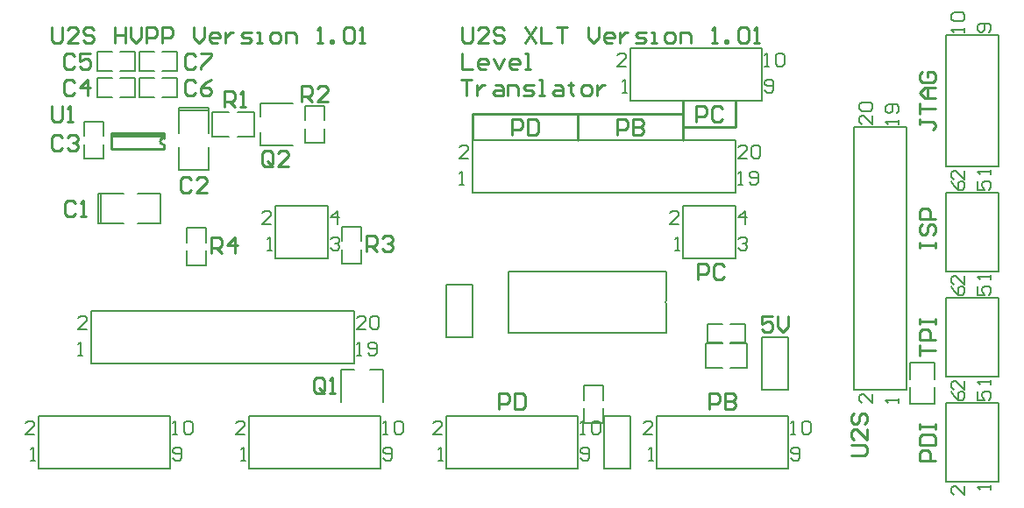
<source format=gto>
%FSLAX44Y44*%
%MOMM*%
G71*
G01*
G75*
%ADD10C,0.2540*%
%ADD11R,0.3500X2.2000*%
%ADD12R,1.5000X1.3000*%
%ADD13O,0.3500X2.2000*%
%ADD14R,1.1000X1.0000*%
%ADD15R,1.0000X1.1000*%
%ADD16R,0.9500X0.9000*%
%ADD17R,0.9000X0.9500*%
%ADD18R,1.8000X1.7000*%
%ADD19R,1.7000X1.8000*%
%ADD20O,0.6350X2.0320*%
%ADD21R,0.6350X2.0320*%
%ADD22R,1.3000X1.5000*%
%ADD23C,0.5080*%
%ADD24C,0.3810*%
%ADD25R,2.5400X4.6990*%
%ADD26C,0.8000*%
%ADD27R,1.5240X1.5240*%
%ADD28C,1.5000*%
%ADD29R,1.5000X1.5000*%
%ADD30C,1.5000*%
%ADD31C,1.0000*%
%ADD32C,1.0000*%
%ADD33R,1.2000X1.0000*%
%ADD34R,0.5500X0.3860*%
%ADD35R,0.5500X0.4860*%
%ADD36C,0.2000*%
%ADD37C,0.2032*%
D10*
X412750Y662305D02*
G03*
X412750Y655955I0J-3175D01*
G01*
X914400Y673100D02*
X965200D01*
Y698500D01*
X914400Y660400D02*
Y698500D01*
X812800Y685800D02*
X914400D01*
X361950Y664210D02*
X412750D01*
Y662305D02*
Y666750D01*
Y651510D02*
Y655955D01*
X361950Y651510D02*
X412750D01*
X361950D02*
Y666750D01*
X412750D01*
X812800Y660400D02*
Y685800D01*
X711200D02*
X812800D01*
X711200Y660400D02*
Y685800D01*
X1000757Y490215D02*
X990600D01*
Y482598D01*
X995678Y485137D01*
X998217D01*
X1000757Y482598D01*
Y477519D01*
X998217Y474980D01*
X993139D01*
X990600Y477519D01*
X1005835Y490215D02*
Y480058D01*
X1010913Y474980D01*
X1015992Y480058D01*
Y490215D01*
X1143005Y680717D02*
Y675638D01*
Y678177D01*
X1155701D01*
X1158240Y675638D01*
Y673099D01*
X1155701Y670560D01*
X1143005Y685795D02*
Y695952D01*
Y690873D01*
X1158240D01*
Y701030D02*
X1148083D01*
X1143005Y706108D01*
X1148083Y711187D01*
X1158240D01*
X1150622D01*
Y701030D01*
X1145544Y726422D02*
X1143005Y723883D01*
Y718804D01*
X1145544Y716265D01*
X1155701D01*
X1158240Y718804D01*
Y723883D01*
X1155701Y726422D01*
X1150622D01*
Y721344D01*
X1143005Y452120D02*
Y462277D01*
Y457198D01*
X1158240D01*
Y467355D02*
X1143005D01*
Y474973D01*
X1145544Y477512D01*
X1150622D01*
X1153162Y474973D01*
Y467355D01*
X1143005Y482590D02*
Y487668D01*
Y485129D01*
X1158240D01*
Y482590D01*
Y487668D01*
Y350520D02*
X1143005D01*
Y358138D01*
X1145544Y360677D01*
X1150622D01*
X1153162Y358138D01*
Y350520D01*
X1143005Y365755D02*
X1158240D01*
Y373373D01*
X1155701Y375912D01*
X1145544D01*
X1143005Y373373D01*
Y365755D01*
Y380990D02*
Y386068D01*
Y383529D01*
X1158240D01*
Y380990D01*
Y386068D01*
X1143005Y556260D02*
Y561338D01*
Y558799D01*
X1158240D01*
Y556260D01*
Y561338D01*
X1145544Y579113D02*
X1143005Y576573D01*
Y571495D01*
X1145544Y568956D01*
X1148083D01*
X1150622Y571495D01*
Y576573D01*
X1153162Y579113D01*
X1155701D01*
X1158240Y576573D01*
Y571495D01*
X1155701Y568956D01*
X1158240Y584191D02*
X1143005D01*
Y591809D01*
X1145544Y594348D01*
X1150622D01*
X1153162Y591809D01*
Y584191D01*
X567687Y417829D02*
Y427986D01*
X565148Y430525D01*
X560069D01*
X557530Y427986D01*
Y417829D01*
X560069Y415290D01*
X565148D01*
X562608Y420368D02*
X567687Y415290D01*
X565148D02*
X567687Y417829D01*
X572765Y415290D02*
X577843D01*
X575304D01*
Y430525D01*
X572765Y427986D01*
X458470Y551180D02*
Y566415D01*
X466087D01*
X468627Y563876D01*
Y558797D01*
X466087Y556258D01*
X458470D01*
X463548D02*
X468627Y551180D01*
X481323D02*
Y566415D01*
X473705Y558797D01*
X483862D01*
X304800Y693415D02*
Y680719D01*
X307339Y678180D01*
X312418D01*
X314957Y680719D01*
Y693415D01*
X320035Y678180D02*
X325113D01*
X322574D01*
Y693415D01*
X320035Y690876D01*
X327657Y599436D02*
X325117Y601975D01*
X320039D01*
X317500Y599436D01*
Y589279D01*
X320039Y586740D01*
X325117D01*
X327657Y589279D01*
X332735Y586740D02*
X337813D01*
X335274D01*
Y601975D01*
X332735Y599436D01*
X439417Y622296D02*
X436878Y624835D01*
X431799D01*
X429260Y622296D01*
Y612139D01*
X431799Y609600D01*
X436878D01*
X439417Y612139D01*
X454652Y609600D02*
X444495D01*
X454652Y619757D01*
Y622296D01*
X452113Y624835D01*
X447034D01*
X444495Y622296D01*
X314957Y662936D02*
X312418Y665475D01*
X307339D01*
X304800Y662936D01*
Y652779D01*
X307339Y650240D01*
X312418D01*
X314957Y652779D01*
X320035Y662936D02*
X322574Y665475D01*
X327653D01*
X330192Y662936D01*
Y660397D01*
X327653Y657858D01*
X325113D01*
X327653D01*
X330192Y655318D01*
Y652779D01*
X327653Y650240D01*
X322574D01*
X320035Y652779D01*
X471170Y692150D02*
Y707385D01*
X478787D01*
X481327Y704846D01*
Y699768D01*
X478787Y697228D01*
X471170D01*
X476248D02*
X481327Y692150D01*
X486405D02*
X491483D01*
X488944D01*
Y707385D01*
X486405Y704846D01*
X546100Y697230D02*
Y712465D01*
X553717D01*
X556257Y709926D01*
Y704847D01*
X553717Y702308D01*
X546100D01*
X551178D02*
X556257Y697230D01*
X571492D02*
X561335D01*
X571492Y707387D01*
Y709926D01*
X568953Y712465D01*
X563874D01*
X561335Y709926D01*
X608330Y552450D02*
Y567685D01*
X615947D01*
X618487Y565146D01*
Y560067D01*
X615947Y557528D01*
X608330D01*
X613408D02*
X618487Y552450D01*
X623565Y565146D02*
X626104Y567685D01*
X631183D01*
X633722Y565146D01*
Y562607D01*
X631183Y560067D01*
X628643D01*
X631183D01*
X633722Y557528D01*
Y554989D01*
X631183Y552450D01*
X626104D01*
X623565Y554989D01*
X518157Y637539D02*
Y647696D01*
X515617Y650235D01*
X510539D01*
X508000Y647696D01*
Y637539D01*
X510539Y635000D01*
X515617D01*
X513078Y640078D02*
X518157Y635000D01*
X515617D02*
X518157Y637539D01*
X533392Y635000D02*
X523235D01*
X533392Y645157D01*
Y647696D01*
X530853Y650235D01*
X525774D01*
X523235Y647696D01*
X326387Y716276D02*
X323848Y718815D01*
X318769D01*
X316230Y716276D01*
Y706119D01*
X318769Y703580D01*
X323848D01*
X326387Y706119D01*
X339083Y703580D02*
Y718815D01*
X331465Y711198D01*
X341622D01*
X326387Y741676D02*
X323848Y744215D01*
X318769D01*
X316230Y741676D01*
Y731519D01*
X318769Y728980D01*
X323848D01*
X326387Y731519D01*
X341622Y744215D02*
X331465D01*
Y736598D01*
X336543Y739137D01*
X339083D01*
X341622Y736598D01*
Y731519D01*
X339083Y728980D01*
X334004D01*
X331465Y731519D01*
X443227Y716276D02*
X440687Y718815D01*
X435609D01*
X433070Y716276D01*
Y706119D01*
X435609Y703580D01*
X440687D01*
X443227Y706119D01*
X458462Y718815D02*
X453383Y716276D01*
X448305Y711198D01*
Y706119D01*
X450844Y703580D01*
X455923D01*
X458462Y706119D01*
Y708658D01*
X455923Y711198D01*
X448305D01*
X443227Y741676D02*
X440687Y744215D01*
X435609D01*
X433070Y741676D01*
Y731519D01*
X435609Y728980D01*
X440687D01*
X443227Y731519D01*
X448305Y744215D02*
X458462D01*
Y741676D01*
X448305Y731519D01*
Y728980D01*
X699770Y718815D02*
X709927D01*
X704848D01*
Y703580D01*
X715005Y713737D02*
Y703580D01*
Y708658D01*
X717544Y711198D01*
X720083Y713737D01*
X722623D01*
X732779D02*
X737858D01*
X740397Y711198D01*
Y703580D01*
X732779D01*
X730240Y706119D01*
X732779Y708658D01*
X740397D01*
X745475Y703580D02*
Y713737D01*
X753093D01*
X755632Y711198D01*
Y703580D01*
X760710D02*
X768328D01*
X770867Y706119D01*
X768328Y708658D01*
X763250D01*
X760710Y711198D01*
X763250Y713737D01*
X770867D01*
X775945Y703580D02*
X781024D01*
X778484D01*
Y718815D01*
X775945D01*
X791180Y713737D02*
X796259D01*
X798798Y711198D01*
Y703580D01*
X791180D01*
X788641Y706119D01*
X791180Y708658D01*
X798798D01*
X806415Y716276D02*
Y713737D01*
X803876D01*
X808955D01*
X806415D01*
Y706119D01*
X808955Y703580D01*
X819111D02*
X824190D01*
X826729Y706119D01*
Y711198D01*
X824190Y713737D01*
X819111D01*
X816572Y711198D01*
Y706119D01*
X819111Y703580D01*
X831807Y713737D02*
Y703580D01*
Y708658D01*
X834346Y711198D01*
X836886Y713737D01*
X839425D01*
X701040Y744215D02*
Y728980D01*
X711197D01*
X723893D02*
X718814D01*
X716275Y731519D01*
Y736598D01*
X718814Y739137D01*
X723893D01*
X726432Y736598D01*
Y734058D01*
X716275D01*
X731510Y739137D02*
X736589Y728980D01*
X741667Y739137D01*
X754363Y728980D02*
X749284D01*
X746745Y731519D01*
Y736598D01*
X749284Y739137D01*
X754363D01*
X756902Y736598D01*
Y734058D01*
X746745D01*
X761980Y728980D02*
X767059D01*
X764520D01*
Y744215D01*
X761980D01*
X928370Y525780D02*
Y541015D01*
X935987D01*
X938527Y538476D01*
Y533397D01*
X935987Y530858D01*
X928370D01*
X953762Y538476D02*
X951223Y541015D01*
X946144D01*
X943605Y538476D01*
Y528319D01*
X946144Y525780D01*
X951223D01*
X953762Y528319D01*
X927100Y678180D02*
Y693415D01*
X934717D01*
X937257Y690876D01*
Y685798D01*
X934717Y683258D01*
X927100D01*
X952492Y690876D02*
X949953Y693415D01*
X944874D01*
X942335Y690876D01*
Y680719D01*
X944874Y678180D01*
X949953D01*
X952492Y680719D01*
X939800Y400050D02*
Y415285D01*
X947418D01*
X949957Y412746D01*
Y407668D01*
X947418Y405128D01*
X939800D01*
X955035Y415285D02*
Y400050D01*
X962653D01*
X965192Y402589D01*
Y405128D01*
X962653Y407668D01*
X955035D01*
X962653D01*
X965192Y410207D01*
Y412746D01*
X962653Y415285D01*
X955035D01*
X736600Y400050D02*
Y415285D01*
X744218D01*
X746757Y412746D01*
Y407668D01*
X744218Y405128D01*
X736600D01*
X751835Y415285D02*
Y400050D01*
X759453D01*
X761992Y402589D01*
Y412746D01*
X759453Y415285D01*
X751835D01*
X850900Y665480D02*
Y680715D01*
X858518D01*
X861057Y678176D01*
Y673098D01*
X858518Y670558D01*
X850900D01*
X866135Y680715D02*
Y665480D01*
X873753D01*
X876292Y668019D01*
Y670558D01*
X873753Y673098D01*
X866135D01*
X873753D01*
X876292Y675637D01*
Y678176D01*
X873753Y680715D01*
X866135D01*
X749300Y665480D02*
Y680715D01*
X756917D01*
X759457Y678176D01*
Y673098D01*
X756917Y670558D01*
X749300D01*
X764535Y680715D02*
Y665480D01*
X772153D01*
X774692Y668019D01*
Y678176D01*
X772153Y680715D01*
X764535D01*
X1076965Y355600D02*
X1089661D01*
X1092200Y358139D01*
Y363218D01*
X1089661Y365757D01*
X1076965D01*
X1092200Y380992D02*
Y370835D01*
X1082043Y380992D01*
X1079504D01*
X1076965Y378453D01*
Y373374D01*
X1079504Y370835D01*
Y396227D02*
X1076965Y393688D01*
Y388609D01*
X1079504Y386070D01*
X1082043D01*
X1084583Y388609D01*
Y393688D01*
X1087122Y396227D01*
X1089661D01*
X1092200Y393688D01*
Y388609D01*
X1089661Y386070D01*
X701040Y769615D02*
Y756919D01*
X703579Y754380D01*
X708658D01*
X711197Y756919D01*
Y769615D01*
X726432Y754380D02*
X716275D01*
X726432Y764537D01*
Y767076D01*
X723893Y769615D01*
X718814D01*
X716275Y767076D01*
X741667D02*
X739128Y769615D01*
X734049D01*
X731510Y767076D01*
Y764537D01*
X734049Y761998D01*
X739128D01*
X741667Y759458D01*
Y756919D01*
X739128Y754380D01*
X734049D01*
X731510Y756919D01*
X761980Y769615D02*
X772137Y754380D01*
Y769615D02*
X761980Y754380D01*
X777215Y769615D02*
Y754380D01*
X787372D01*
X792450Y769615D02*
X802607D01*
X797529D01*
Y754380D01*
X822921Y769615D02*
Y759458D01*
X827999Y754380D01*
X833077Y759458D01*
Y769615D01*
X845773Y754380D02*
X840695D01*
X838156Y756919D01*
Y761998D01*
X840695Y764537D01*
X845773D01*
X848312Y761998D01*
Y759458D01*
X838156D01*
X853391Y764537D02*
Y754380D01*
Y759458D01*
X855930Y761998D01*
X858469Y764537D01*
X861008D01*
X868626Y754380D02*
X876243D01*
X878783Y756919D01*
X876243Y759458D01*
X871165D01*
X868626Y761998D01*
X871165Y764537D01*
X878783D01*
X883861Y754380D02*
X888939D01*
X886400D01*
Y764537D01*
X883861D01*
X899096Y754380D02*
X904174D01*
X906713Y756919D01*
Y761998D01*
X904174Y764537D01*
X899096D01*
X896557Y761998D01*
Y756919D01*
X899096Y754380D01*
X911792D02*
Y764537D01*
X919409D01*
X921948Y761998D01*
Y754380D01*
X942262D02*
X947340D01*
X944801D01*
Y769615D01*
X942262Y767076D01*
X954958Y754380D02*
Y756919D01*
X957497D01*
Y754380D01*
X954958D01*
X967654Y767076D02*
X970193Y769615D01*
X975271D01*
X977811Y767076D01*
Y756919D01*
X975271Y754380D01*
X970193D01*
X967654Y756919D01*
Y767076D01*
X982889Y754380D02*
X987967D01*
X985428D01*
Y769615D01*
X982889Y767076D01*
X304800Y769615D02*
Y756919D01*
X307339Y754380D01*
X312418D01*
X314957Y756919D01*
Y769615D01*
X330192Y754380D02*
X320035D01*
X330192Y764537D01*
Y767076D01*
X327653Y769615D01*
X322574D01*
X320035Y767076D01*
X345427D02*
X342888Y769615D01*
X337809D01*
X335270Y767076D01*
Y764537D01*
X337809Y761998D01*
X342888D01*
X345427Y759458D01*
Y756919D01*
X342888Y754380D01*
X337809D01*
X335270Y756919D01*
X365740Y769615D02*
Y754380D01*
Y761998D01*
X375897D01*
Y769615D01*
Y754380D01*
X380975Y769615D02*
Y759458D01*
X386054Y754380D01*
X391132Y759458D01*
Y769615D01*
X396210Y754380D02*
Y769615D01*
X403828D01*
X406367Y767076D01*
Y761998D01*
X403828Y759458D01*
X396210D01*
X411446Y754380D02*
Y769615D01*
X419063D01*
X421602Y767076D01*
Y761998D01*
X419063Y759458D01*
X411446D01*
X441916Y769615D02*
Y759458D01*
X446994Y754380D01*
X452072Y759458D01*
Y769615D01*
X464768Y754380D02*
X459690D01*
X457151Y756919D01*
Y761998D01*
X459690Y764537D01*
X464768D01*
X467307Y761998D01*
Y759458D01*
X457151D01*
X472386Y764537D02*
Y754380D01*
Y759458D01*
X474925Y761998D01*
X477464Y764537D01*
X480003D01*
X487621Y754380D02*
X495238D01*
X497778Y756919D01*
X495238Y759458D01*
X490160D01*
X487621Y761998D01*
X490160Y764537D01*
X497778D01*
X502856Y754380D02*
X507934D01*
X505395D01*
Y764537D01*
X502856D01*
X518091Y754380D02*
X523169D01*
X525709Y756919D01*
Y761998D01*
X523169Y764537D01*
X518091D01*
X515552Y761998D01*
Y756919D01*
X518091Y754380D01*
X530787D02*
Y764537D01*
X538404D01*
X540944Y761998D01*
Y754380D01*
X561257D02*
X566335D01*
X563796D01*
Y769615D01*
X561257Y767076D01*
X573953Y754380D02*
Y756919D01*
X576492D01*
Y754380D01*
X573953D01*
X586649Y767076D02*
X589188Y769615D01*
X594266D01*
X596805Y767076D01*
Y756919D01*
X594266Y754380D01*
X589188D01*
X586649Y756919D01*
Y767076D01*
X601884Y754380D02*
X606962D01*
X604423D01*
Y769615D01*
X601884Y767076D01*
D36*
X898525Y505037D02*
G03*
X898525Y501862I0J-1587D01*
G01*
X838200Y393700D02*
X863600D01*
Y342900D02*
Y393700D01*
X838200Y342900D02*
X863600D01*
X838200D02*
Y393700D01*
X863600Y698500D02*
X990600D01*
X863600Y749300D02*
X990600D01*
X863600Y698500D02*
Y749300D01*
X990600Y698500D02*
Y749300D01*
Y469900D02*
X1016000D01*
Y419100D02*
Y469900D01*
X990600Y419100D02*
X1016000D01*
X990600D02*
Y469900D01*
X1219200Y635000D02*
Y762000D01*
X1168400Y635000D02*
Y762000D01*
Y635000D02*
X1219200D01*
X1168400Y762000D02*
X1219200D01*
X1134040Y445450D02*
X1157040D01*
X1134040Y405450D02*
X1157040D01*
X1134040Y429450D02*
Y445450D01*
X1157040Y429450D02*
Y445450D01*
Y405450D02*
Y421450D01*
X1134040Y405450D02*
Y421450D01*
X1079500Y673100D02*
X1130300D01*
Y419100D02*
Y438150D01*
X1079500Y419100D02*
X1130300D01*
X1079500D02*
Y438150D01*
Y673100D01*
X1130300Y438150D02*
Y673100D01*
X1219200Y560917D02*
Y609600D01*
Y533400D02*
Y609600D01*
X1168400Y533400D02*
Y609600D01*
Y533400D02*
X1219200D01*
X1168400Y609600D02*
X1219200D01*
Y357717D02*
Y406400D01*
Y330200D02*
Y406400D01*
X1168400Y330200D02*
Y406400D01*
Y330200D02*
X1219200D01*
X1168400Y406400D02*
X1219200D01*
Y459317D02*
Y508000D01*
Y431800D02*
Y508000D01*
X1168400Y431800D02*
Y508000D01*
Y431800D02*
X1219200D01*
X1168400Y508000D02*
X1219200D01*
X685800Y469900D02*
X711200D01*
X685800D02*
Y520700D01*
X711200D01*
Y469900D02*
Y520700D01*
X960310Y464710D02*
X974310D01*
X960310Y482710D02*
X974310D01*
X938310D02*
X952310D01*
X938310Y464710D02*
X952310D01*
X974310D02*
Y482710D01*
X938310Y464710D02*
Y482710D01*
X520700Y596900D02*
X571500D01*
X520700Y546100D02*
Y596900D01*
X571500Y546100D02*
Y596900D01*
X520700Y546100D02*
X571500D01*
X596900Y444500D02*
Y495300D01*
X342900Y444500D02*
X361950D01*
X342900D02*
Y495300D01*
X361950D01*
X596900D01*
X361950Y444500D02*
X596900D01*
X495300Y342900D02*
X622300D01*
X495300Y393700D02*
X622300D01*
X495300Y342900D02*
Y393700D01*
X622300Y342900D02*
Y393700D01*
X292100Y342900D02*
X419100D01*
X292100Y393700D02*
X419100D01*
X292100Y342900D02*
Y393700D01*
X419100Y342900D02*
Y393700D01*
X505970Y655640D02*
X537970D01*
X505970D02*
Y667640D01*
Y695640D02*
X537970D01*
X505970Y683640D02*
Y695640D01*
X584520Y406910D02*
Y438910D01*
X596520D01*
X624520Y406910D02*
Y438910D01*
X612520D02*
X624520D01*
X336440Y678400D02*
X354440D01*
X336440Y642400D02*
X354440D01*
X336440Y664400D02*
Y678400D01*
X354440Y664400D02*
Y678400D01*
Y642400D02*
Y656400D01*
X336440Y642400D02*
Y656400D01*
X427960Y689400D02*
X455960D01*
X427960Y691400D02*
X455960D01*
X427960D02*
X427960Y667400D01*
X455960Y691400D02*
X455960Y667400D01*
X427960Y631400D02*
X455960D01*
X427960D02*
X427960Y653400D01*
X455960Y631400D02*
X455960Y653400D01*
X352000Y580360D02*
Y608360D01*
X350000Y580360D02*
Y608360D01*
Y580360D02*
X374000Y580360D01*
X350000Y608360D02*
X374000Y608360D01*
X410000Y580360D02*
Y608360D01*
X388000Y580360D02*
X410000Y580360D01*
X388000Y608360D02*
X410000Y608360D01*
X435500Y575530D02*
X453500D01*
X435500Y539530D02*
X453500D01*
X435500Y561530D02*
Y575530D01*
X453500Y561530D02*
Y575530D01*
Y539530D02*
Y553530D01*
X435500Y539530D02*
Y553530D01*
X585360Y540800D02*
X603360D01*
X585360Y576800D02*
X603360D01*
Y540800D02*
Y554800D01*
X585360Y540800D02*
Y554800D01*
Y562800D02*
Y576800D01*
X603360Y562800D02*
Y576800D01*
X549800Y693640D02*
X567800D01*
X549800Y657640D02*
X567800D01*
X549800Y679640D02*
Y693640D01*
X567800Y679640D02*
Y693640D01*
Y657640D02*
Y671640D01*
X549800Y657640D02*
Y671640D01*
X460060Y687140D02*
X476060D01*
X460060Y664140D02*
X476060D01*
X484060D02*
X500060D01*
X484060Y687140D02*
X500060D01*
X460060Y664140D02*
Y687140D01*
X500060Y664140D02*
Y687140D01*
X349030Y720200D02*
X363030D01*
X349030Y702200D02*
X363030D01*
X371030D02*
X385030D01*
X371030Y720200D02*
X385030D01*
X349030Y702200D02*
Y720200D01*
X385030Y702200D02*
Y720200D01*
X349030Y745600D02*
X363030D01*
X349030Y727600D02*
X363030D01*
X371030D02*
X385030D01*
X371030Y745600D02*
X385030D01*
X349030Y727600D02*
Y745600D01*
X385030Y727600D02*
Y745600D01*
X411670Y702200D02*
X425670D01*
X411670Y720200D02*
X425670D01*
X389670D02*
X403670D01*
X389670Y702200D02*
X403670D01*
X425670D02*
Y720200D01*
X389670Y702200D02*
Y720200D01*
Y745600D02*
X403670D01*
X389670Y727600D02*
X403670D01*
X411670D02*
X425670D01*
X411670Y745600D02*
X425670D01*
X389670Y727600D02*
Y745600D01*
X425670Y727600D02*
Y745600D01*
X812800Y342900D02*
Y393700D01*
X685800Y342900D02*
Y393700D01*
X812800D01*
X685800Y342900D02*
X812800D01*
X1016000D02*
Y393700D01*
X889000Y342900D02*
Y393700D01*
X1016000D01*
X889000Y342900D02*
X1016000D01*
X914400Y546100D02*
X965200D01*
Y596900D01*
X914400Y546100D02*
Y596900D01*
X965200D01*
X746125Y533100D02*
X898525D01*
X746125Y473800D02*
Y533100D01*
Y473800D02*
X898525D01*
Y501862D01*
Y505037D02*
Y533100D01*
X730250Y609600D02*
X965200D01*
X730250Y660400D02*
X965200D01*
X711200D02*
X730250D01*
X711200Y609600D02*
Y660400D01*
Y609600D02*
X730250D01*
X965200D02*
Y660400D01*
X936310Y463620D02*
X952310D01*
X936310Y440620D02*
X952310D01*
X960310D02*
X976310D01*
X960310Y463620D02*
X976310D01*
X936310Y440620D02*
Y463620D01*
X976310Y440620D02*
Y463620D01*
X819040Y387130D02*
X837040D01*
X819040Y423130D02*
X837040D01*
Y387130D02*
Y401130D01*
X819040Y387130D02*
Y401130D01*
Y409130D02*
Y423130D01*
X837040Y409130D02*
Y423130D01*
D37*
X993140Y731520D02*
X997372D01*
X995256D01*
Y744216D01*
X993140Y742100D01*
X1003720D02*
X1005836Y744216D01*
X1010068D01*
X1012184Y742100D01*
Y733636D01*
X1010068Y731520D01*
X1005836D01*
X1003720Y733636D01*
Y742100D01*
X993140Y708236D02*
X995256Y706120D01*
X999488D01*
X1001604Y708236D01*
Y716700D01*
X999488Y718816D01*
X995256D01*
X993140Y716700D01*
Y714584D01*
X995256Y712468D01*
X1001604D01*
X855980Y706120D02*
X860212D01*
X858096D01*
Y718816D01*
X855980Y716700D01*
X859364Y731520D02*
X850900D01*
X859364Y739984D01*
Y742100D01*
X857248Y744216D01*
X853016D01*
X850900Y742100D01*
X1186180Y764540D02*
Y768772D01*
Y766656D01*
X1173484D01*
X1175600Y764540D01*
Y775120D02*
X1173484Y777236D01*
Y781468D01*
X1175600Y783584D01*
X1184064D01*
X1186180Y781468D01*
Y777236D01*
X1184064Y775120D01*
X1175600D01*
X1209464Y764540D02*
X1211580Y766656D01*
Y770888D01*
X1209464Y773004D01*
X1201000D01*
X1198884Y770888D01*
Y766656D01*
X1201000Y764540D01*
X1203116D01*
X1205232Y766656D01*
Y773004D01*
X1211580Y627380D02*
Y631612D01*
Y629496D01*
X1198884D01*
X1201000Y627380D01*
X1186180Y630764D02*
Y622300D01*
X1177716Y630764D01*
X1175600D01*
X1173484Y628648D01*
Y624416D01*
X1175600Y622300D01*
X1097280Y684104D02*
Y675640D01*
X1088816Y684104D01*
X1086700D01*
X1084584Y681988D01*
Y677756D01*
X1086700Y675640D01*
Y688336D02*
X1084584Y690452D01*
Y694684D01*
X1086700Y696800D01*
X1095164D01*
X1097280Y694684D01*
Y690452D01*
X1095164Y688336D01*
X1086700D01*
X1122680Y675640D02*
Y679872D01*
Y677756D01*
X1109984D01*
X1112100Y675640D01*
X1120564Y686220D02*
X1122680Y688336D01*
Y692568D01*
X1120564Y694684D01*
X1112100D01*
X1109984Y692568D01*
Y688336D01*
X1112100Y686220D01*
X1114216D01*
X1116332Y688336D01*
Y694684D01*
X1122680Y406400D02*
Y410632D01*
Y408516D01*
X1109984D01*
X1112100Y406400D01*
X1097280Y414864D02*
Y406400D01*
X1088816Y414864D01*
X1086700D01*
X1084584Y412748D01*
Y408516D01*
X1086700Y406400D01*
X1211580Y525780D02*
Y530012D01*
Y527896D01*
X1198884D01*
X1201000Y525780D01*
X1186180Y529164D02*
Y520700D01*
X1177716Y529164D01*
X1175600D01*
X1173484Y527048D01*
Y522816D01*
X1175600Y520700D01*
X1198884Y620604D02*
Y612140D01*
X1205232D01*
X1203116Y616372D01*
Y618488D01*
X1205232Y620604D01*
X1209464D01*
X1211580Y618488D01*
Y614256D01*
X1209464Y612140D01*
X1173484Y620604D02*
X1175600Y616372D01*
X1179832Y612140D01*
X1184064D01*
X1186180Y614256D01*
Y618488D01*
X1184064Y620604D01*
X1181948D01*
X1179832Y618488D01*
Y612140D01*
X1211580Y322580D02*
Y326812D01*
Y324696D01*
X1198884D01*
X1201000Y322580D01*
X1186180Y325964D02*
Y317500D01*
X1177716Y325964D01*
X1175600D01*
X1173484Y323848D01*
Y319616D01*
X1175600Y317500D01*
X1198884Y417404D02*
Y408940D01*
X1205232D01*
X1203116Y413172D01*
Y415288D01*
X1205232Y417404D01*
X1209464D01*
X1211580Y415288D01*
Y411056D01*
X1209464Y408940D01*
X1173484Y417404D02*
X1175600Y413172D01*
X1179832Y408940D01*
X1184064D01*
X1186180Y411056D01*
Y415288D01*
X1184064Y417404D01*
X1181948D01*
X1179832Y415288D01*
Y408940D01*
X1211580Y424180D02*
Y428412D01*
Y426296D01*
X1198884D01*
X1201000Y424180D01*
X1186180Y427564D02*
Y419100D01*
X1177716Y427564D01*
X1175600D01*
X1173484Y425448D01*
Y421216D01*
X1175600Y419100D01*
X1198884Y519004D02*
Y510540D01*
X1205232D01*
X1203116Y514772D01*
Y516888D01*
X1205232Y519004D01*
X1209464D01*
X1211580Y516888D01*
Y512656D01*
X1209464Y510540D01*
X1173484Y519004D02*
X1175600Y514772D01*
X1179832Y510540D01*
X1184064D01*
X1186180Y512656D01*
Y516888D01*
X1184064Y519004D01*
X1181948D01*
X1179832Y516888D01*
Y510540D01*
X513080Y553720D02*
X517312D01*
X515196D01*
Y566416D01*
X513080Y564300D01*
X516464Y579120D02*
X508000D01*
X516464Y587584D01*
Y589700D01*
X514348Y591816D01*
X510116D01*
X508000Y589700D01*
X580388Y579120D02*
Y591816D01*
X574040Y585468D01*
X582504D01*
X574040Y564300D02*
X576156Y566416D01*
X580388D01*
X582504Y564300D01*
Y562184D01*
X580388Y560068D01*
X578272D01*
X580388D01*
X582504Y557952D01*
Y555836D01*
X580388Y553720D01*
X576156D01*
X574040Y555836D01*
X607904Y477520D02*
X599440D01*
X607904Y485984D01*
Y488100D01*
X605788Y490216D01*
X601556D01*
X599440Y488100D01*
X612136D02*
X614252Y490216D01*
X618484D01*
X620600Y488100D01*
Y479636D01*
X618484Y477520D01*
X614252D01*
X612136Y479636D01*
Y488100D01*
X599440Y452120D02*
X603672D01*
X601556D01*
Y464816D01*
X599440Y462700D01*
X610020Y454236D02*
X612136Y452120D01*
X616368D01*
X618484Y454236D01*
Y462700D01*
X616368Y464816D01*
X612136D01*
X610020Y462700D01*
Y460584D01*
X612136Y458468D01*
X618484D01*
X330200Y452120D02*
X334432D01*
X332316D01*
Y464816D01*
X330200Y462700D01*
X338664Y477520D02*
X330200D01*
X338664Y485984D01*
Y488100D01*
X336548Y490216D01*
X332316D01*
X330200Y488100D01*
X624840Y375920D02*
X629072D01*
X626956D01*
Y388616D01*
X624840Y386500D01*
X635420D02*
X637536Y388616D01*
X641768D01*
X643884Y386500D01*
Y378036D01*
X641768Y375920D01*
X637536D01*
X635420Y378036D01*
Y386500D01*
X624840Y352636D02*
X626956Y350520D01*
X631188D01*
X633304Y352636D01*
Y361100D01*
X631188Y363216D01*
X626956D01*
X624840Y361100D01*
Y358984D01*
X626956Y356868D01*
X633304D01*
X487680Y350520D02*
X491912D01*
X489796D01*
Y363216D01*
X487680Y361100D01*
X491064Y375920D02*
X482600D01*
X491064Y384384D01*
Y386500D01*
X488948Y388616D01*
X484716D01*
X482600Y386500D01*
X421640Y375920D02*
X425872D01*
X423756D01*
Y388616D01*
X421640Y386500D01*
X432220D02*
X434336Y388616D01*
X438568D01*
X440684Y386500D01*
Y378036D01*
X438568Y375920D01*
X434336D01*
X432220Y378036D01*
Y386500D01*
X421640Y352636D02*
X423756Y350520D01*
X427988D01*
X430104Y352636D01*
Y361100D01*
X427988Y363216D01*
X423756D01*
X421640Y361100D01*
Y358984D01*
X423756Y356868D01*
X430104D01*
X284480Y350520D02*
X288712D01*
X286596D01*
Y363216D01*
X284480Y361100D01*
X287864Y375920D02*
X279400D01*
X287864Y384384D01*
Y386500D01*
X285748Y388616D01*
X281516D01*
X279400Y386500D01*
X681564Y375920D02*
X673100D01*
X681564Y384384D01*
Y386500D01*
X679448Y388616D01*
X675216D01*
X673100Y386500D01*
X678180Y350520D02*
X682412D01*
X680296D01*
Y363216D01*
X678180Y361100D01*
X815340Y352636D02*
X817456Y350520D01*
X821688D01*
X823804Y352636D01*
Y361100D01*
X821688Y363216D01*
X817456D01*
X815340Y361100D01*
Y358984D01*
X817456Y356868D01*
X823804D01*
X815340Y375920D02*
X819572D01*
X817456D01*
Y388616D01*
X815340Y386500D01*
X825920D02*
X828036Y388616D01*
X832268D01*
X834384Y386500D01*
Y378036D01*
X832268Y375920D01*
X828036D01*
X825920Y378036D01*
Y386500D01*
X884764Y375920D02*
X876300D01*
X884764Y384384D01*
Y386500D01*
X882648Y388616D01*
X878416D01*
X876300Y386500D01*
X881380Y350520D02*
X885612D01*
X883496D01*
Y363216D01*
X881380Y361100D01*
X1018540Y352636D02*
X1020656Y350520D01*
X1024888D01*
X1027004Y352636D01*
Y361100D01*
X1024888Y363216D01*
X1020656D01*
X1018540Y361100D01*
Y358984D01*
X1020656Y356868D01*
X1027004D01*
X1018540Y375920D02*
X1022772D01*
X1020656D01*
Y388616D01*
X1018540Y386500D01*
X1029120D02*
X1031236Y388616D01*
X1035468D01*
X1037584Y386500D01*
Y378036D01*
X1035468Y375920D01*
X1031236D01*
X1029120Y378036D01*
Y386500D01*
X967740Y564300D02*
X969856Y566416D01*
X974088D01*
X976204Y564300D01*
Y562184D01*
X974088Y560068D01*
X971972D01*
X974088D01*
X976204Y557952D01*
Y555836D01*
X974088Y553720D01*
X969856D01*
X967740Y555836D01*
X974088Y579120D02*
Y591816D01*
X967740Y585468D01*
X976204D01*
X910164Y579120D02*
X901700D01*
X910164Y587584D01*
Y589700D01*
X908048Y591816D01*
X903816D01*
X901700Y589700D01*
X906780Y553720D02*
X911012D01*
X908896D01*
Y566416D01*
X906780Y564300D01*
X706964Y642620D02*
X698500D01*
X706964Y651084D01*
Y653200D01*
X704848Y655316D01*
X700616D01*
X698500Y653200D01*
Y617220D02*
X702732D01*
X700616D01*
Y629916D01*
X698500Y627800D01*
X967740Y617220D02*
X971972D01*
X969856D01*
Y629916D01*
X967740Y627800D01*
X978320Y619336D02*
X980436Y617220D01*
X984668D01*
X986784Y619336D01*
Y627800D01*
X984668Y629916D01*
X980436D01*
X978320Y627800D01*
Y625684D01*
X980436Y623568D01*
X986784D01*
X976204Y642620D02*
X967740D01*
X976204Y651084D01*
Y653200D01*
X974088Y655316D01*
X969856D01*
X967740Y653200D01*
X980436D02*
X982552Y655316D01*
X986784D01*
X988900Y653200D01*
Y644736D01*
X986784Y642620D01*
X982552D01*
X980436Y644736D01*
Y653200D01*
M02*

</source>
